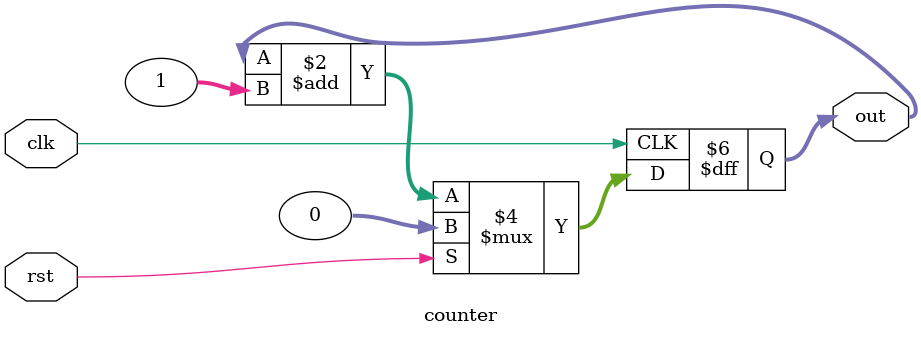
<source format=v>
module counter(
	input clk,
	input rst,
	output reg [31:0] out
    );
	
	always @(posedge clk) begin
	if (rst)
		out <= 0;
	else
		out <= out + 1;
	end

endmodule
</source>
